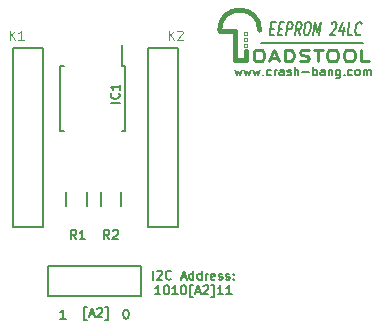
<source format=gto>
G04 #@! TF.FileFunction,Legend,Top*
%FSLAX46Y46*%
G04 Gerber Fmt 4.6, Leading zero omitted, Abs format (unit mm)*
G04 Created by KiCad (PCBNEW (2015-04-22 BZR 5620)-product) date 26/04/2015 16:53:39*
%MOMM*%
G01*
G04 APERTURE LIST*
%ADD10C,0.100000*%
%ADD11C,0.190500*%
%ADD12C,0.200000*%
%ADD13C,0.127000*%
%ADD14C,0.400000*%
%ADD15C,0.150000*%
%ADD16C,0.250000*%
%ADD17C,0.125000*%
G04 APERTURE END LIST*
D10*
D11*
X213124144Y-122017064D02*
X213124144Y-121255064D01*
X213450715Y-121327636D02*
X213487001Y-121291350D01*
X213559572Y-121255064D01*
X213741001Y-121255064D01*
X213813572Y-121291350D01*
X213849858Y-121327636D01*
X213886143Y-121400207D01*
X213886143Y-121472779D01*
X213849858Y-121581636D01*
X213414429Y-122017064D01*
X213886143Y-122017064D01*
X214648143Y-121944493D02*
X214611857Y-121980779D01*
X214503000Y-122017064D01*
X214430429Y-122017064D01*
X214321572Y-121980779D01*
X214249000Y-121908207D01*
X214212715Y-121835636D01*
X214176429Y-121690493D01*
X214176429Y-121581636D01*
X214212715Y-121436493D01*
X214249000Y-121363921D01*
X214321572Y-121291350D01*
X214430429Y-121255064D01*
X214503000Y-121255064D01*
X214611857Y-121291350D01*
X214648143Y-121327636D01*
X215519000Y-121799350D02*
X215881857Y-121799350D01*
X215446428Y-122017064D02*
X215700428Y-121255064D01*
X215954428Y-122017064D01*
X216535000Y-122017064D02*
X216535000Y-121255064D01*
X216535000Y-121980779D02*
X216462429Y-122017064D01*
X216317286Y-122017064D01*
X216244714Y-121980779D01*
X216208429Y-121944493D01*
X216172143Y-121871921D01*
X216172143Y-121654207D01*
X216208429Y-121581636D01*
X216244714Y-121545350D01*
X216317286Y-121509064D01*
X216462429Y-121509064D01*
X216535000Y-121545350D01*
X217224429Y-122017064D02*
X217224429Y-121255064D01*
X217224429Y-121980779D02*
X217151858Y-122017064D01*
X217006715Y-122017064D01*
X216934143Y-121980779D01*
X216897858Y-121944493D01*
X216861572Y-121871921D01*
X216861572Y-121654207D01*
X216897858Y-121581636D01*
X216934143Y-121545350D01*
X217006715Y-121509064D01*
X217151858Y-121509064D01*
X217224429Y-121545350D01*
X217587287Y-122017064D02*
X217587287Y-121509064D01*
X217587287Y-121654207D02*
X217623572Y-121581636D01*
X217659858Y-121545350D01*
X217732429Y-121509064D01*
X217805001Y-121509064D01*
X218349286Y-121980779D02*
X218276715Y-122017064D01*
X218131572Y-122017064D01*
X218059001Y-121980779D01*
X218022715Y-121908207D01*
X218022715Y-121617921D01*
X218059001Y-121545350D01*
X218131572Y-121509064D01*
X218276715Y-121509064D01*
X218349286Y-121545350D01*
X218385572Y-121617921D01*
X218385572Y-121690493D01*
X218022715Y-121763064D01*
X218675858Y-121980779D02*
X218748429Y-122017064D01*
X218893572Y-122017064D01*
X218966144Y-121980779D01*
X219002429Y-121908207D01*
X219002429Y-121871921D01*
X218966144Y-121799350D01*
X218893572Y-121763064D01*
X218784715Y-121763064D01*
X218712144Y-121726779D01*
X218675858Y-121654207D01*
X218675858Y-121617921D01*
X218712144Y-121545350D01*
X218784715Y-121509064D01*
X218893572Y-121509064D01*
X218966144Y-121545350D01*
X219292715Y-121980779D02*
X219365286Y-122017064D01*
X219510429Y-122017064D01*
X219583001Y-121980779D01*
X219619286Y-121908207D01*
X219619286Y-121871921D01*
X219583001Y-121799350D01*
X219510429Y-121763064D01*
X219401572Y-121763064D01*
X219329001Y-121726779D01*
X219292715Y-121654207D01*
X219292715Y-121617921D01*
X219329001Y-121545350D01*
X219401572Y-121509064D01*
X219510429Y-121509064D01*
X219583001Y-121545350D01*
X219945858Y-121944493D02*
X219982143Y-121980779D01*
X219945858Y-122017064D01*
X219909572Y-121980779D01*
X219945858Y-121944493D01*
X219945858Y-122017064D01*
X219945858Y-121545350D02*
X219982143Y-121581636D01*
X219945858Y-121617921D01*
X219909572Y-121581636D01*
X219945858Y-121545350D01*
X219945858Y-121617921D01*
X213741001Y-123274364D02*
X213305573Y-123274364D01*
X213523287Y-123274364D02*
X213523287Y-122512364D01*
X213450716Y-122621221D01*
X213378144Y-122693793D01*
X213305573Y-122730079D01*
X214212715Y-122512364D02*
X214285287Y-122512364D01*
X214357858Y-122548650D01*
X214394144Y-122584936D01*
X214430430Y-122657507D01*
X214466715Y-122802650D01*
X214466715Y-122984079D01*
X214430430Y-123129221D01*
X214394144Y-123201793D01*
X214357858Y-123238079D01*
X214285287Y-123274364D01*
X214212715Y-123274364D01*
X214140144Y-123238079D01*
X214103858Y-123201793D01*
X214067573Y-123129221D01*
X214031287Y-122984079D01*
X214031287Y-122802650D01*
X214067573Y-122657507D01*
X214103858Y-122584936D01*
X214140144Y-122548650D01*
X214212715Y-122512364D01*
X215192429Y-123274364D02*
X214757001Y-123274364D01*
X214974715Y-123274364D02*
X214974715Y-122512364D01*
X214902144Y-122621221D01*
X214829572Y-122693793D01*
X214757001Y-122730079D01*
X215664143Y-122512364D02*
X215736715Y-122512364D01*
X215809286Y-122548650D01*
X215845572Y-122584936D01*
X215881858Y-122657507D01*
X215918143Y-122802650D01*
X215918143Y-122984079D01*
X215881858Y-123129221D01*
X215845572Y-123201793D01*
X215809286Y-123238079D01*
X215736715Y-123274364D01*
X215664143Y-123274364D01*
X215591572Y-123238079D01*
X215555286Y-123201793D01*
X215519001Y-123129221D01*
X215482715Y-122984079D01*
X215482715Y-122802650D01*
X215519001Y-122657507D01*
X215555286Y-122584936D01*
X215591572Y-122548650D01*
X215664143Y-122512364D01*
X216462429Y-123528364D02*
X216281000Y-123528364D01*
X216281000Y-122439793D01*
X216462429Y-122439793D01*
X216716429Y-123056650D02*
X217079286Y-123056650D01*
X216643857Y-123274364D02*
X216897857Y-122512364D01*
X217151857Y-123274364D01*
X217369572Y-122584936D02*
X217405858Y-122548650D01*
X217478429Y-122512364D01*
X217659858Y-122512364D01*
X217732429Y-122548650D01*
X217768715Y-122584936D01*
X217805000Y-122657507D01*
X217805000Y-122730079D01*
X217768715Y-122838936D01*
X217333286Y-123274364D01*
X217805000Y-123274364D01*
X218059000Y-123528364D02*
X218240429Y-123528364D01*
X218240429Y-122439793D01*
X218059000Y-122439793D01*
X219038714Y-123274364D02*
X218603286Y-123274364D01*
X218821000Y-123274364D02*
X218821000Y-122512364D01*
X218748429Y-122621221D01*
X218675857Y-122693793D01*
X218603286Y-122730079D01*
X219764428Y-123274364D02*
X219329000Y-123274364D01*
X219546714Y-123274364D02*
X219546714Y-122512364D01*
X219474143Y-122621221D01*
X219401571Y-122693793D01*
X219329000Y-122730079D01*
X210783714Y-124550714D02*
X210856286Y-124550714D01*
X210928857Y-124587000D01*
X210965143Y-124623286D01*
X211001429Y-124695857D01*
X211037714Y-124841000D01*
X211037714Y-125022429D01*
X211001429Y-125167571D01*
X210965143Y-125240143D01*
X210928857Y-125276429D01*
X210856286Y-125312714D01*
X210783714Y-125312714D01*
X210711143Y-125276429D01*
X210674857Y-125240143D01*
X210638572Y-125167571D01*
X210602286Y-125022429D01*
X210602286Y-124841000D01*
X210638572Y-124695857D01*
X210674857Y-124623286D01*
X210711143Y-124587000D01*
X210783714Y-124550714D01*
X205703714Y-125312714D02*
X205268286Y-125312714D01*
X205486000Y-125312714D02*
X205486000Y-124550714D01*
X205413429Y-124659571D01*
X205340857Y-124732143D01*
X205268286Y-124768429D01*
X207481715Y-125439714D02*
X207300286Y-125439714D01*
X207300286Y-124351143D01*
X207481715Y-124351143D01*
X207735715Y-124968000D02*
X208098572Y-124968000D01*
X207663143Y-125185714D02*
X207917143Y-124423714D01*
X208171143Y-125185714D01*
X208388858Y-124496286D02*
X208425144Y-124460000D01*
X208497715Y-124423714D01*
X208679144Y-124423714D01*
X208751715Y-124460000D01*
X208788001Y-124496286D01*
X208824286Y-124568857D01*
X208824286Y-124641429D01*
X208788001Y-124750286D01*
X208352572Y-125185714D01*
X208824286Y-125185714D01*
X209078286Y-125439714D02*
X209259715Y-125439714D01*
X209259715Y-124351143D01*
X209078286Y-124351143D01*
D12*
X222250000Y-101981000D02*
X230886000Y-101981000D01*
D13*
X220068143Y-104237786D02*
X220207000Y-104723786D01*
X220345857Y-104376643D01*
X220484714Y-104723786D01*
X220623571Y-104237786D01*
X220831857Y-104237786D02*
X220970714Y-104723786D01*
X221109571Y-104376643D01*
X221248428Y-104723786D01*
X221387285Y-104237786D01*
X221595571Y-104237786D02*
X221734428Y-104723786D01*
X221873285Y-104376643D01*
X222012142Y-104723786D01*
X222150999Y-104237786D01*
X222428713Y-104654357D02*
X222463428Y-104689071D01*
X222428713Y-104723786D01*
X222393999Y-104689071D01*
X222428713Y-104654357D01*
X222428713Y-104723786D01*
X223088285Y-104689071D02*
X223018856Y-104723786D01*
X222879999Y-104723786D01*
X222810571Y-104689071D01*
X222775856Y-104654357D01*
X222741142Y-104584929D01*
X222741142Y-104376643D01*
X222775856Y-104307214D01*
X222810571Y-104272500D01*
X222879999Y-104237786D01*
X223018856Y-104237786D01*
X223088285Y-104272500D01*
X223400713Y-104723786D02*
X223400713Y-104237786D01*
X223400713Y-104376643D02*
X223435428Y-104307214D01*
X223470142Y-104272500D01*
X223539571Y-104237786D01*
X223608999Y-104237786D01*
X224164428Y-104723786D02*
X224164428Y-104341929D01*
X224129714Y-104272500D01*
X224060285Y-104237786D01*
X223921428Y-104237786D01*
X223851999Y-104272500D01*
X224164428Y-104689071D02*
X224094999Y-104723786D01*
X223921428Y-104723786D01*
X223851999Y-104689071D01*
X223817285Y-104619643D01*
X223817285Y-104550214D01*
X223851999Y-104480786D01*
X223921428Y-104446071D01*
X224094999Y-104446071D01*
X224164428Y-104411357D01*
X224476856Y-104689071D02*
X224546285Y-104723786D01*
X224685142Y-104723786D01*
X224754570Y-104689071D01*
X224789285Y-104619643D01*
X224789285Y-104584929D01*
X224754570Y-104515500D01*
X224685142Y-104480786D01*
X224580999Y-104480786D01*
X224511570Y-104446071D01*
X224476856Y-104376643D01*
X224476856Y-104341929D01*
X224511570Y-104272500D01*
X224580999Y-104237786D01*
X224685142Y-104237786D01*
X224754570Y-104272500D01*
X225101713Y-104723786D02*
X225101713Y-103994786D01*
X225414142Y-104723786D02*
X225414142Y-104341929D01*
X225379428Y-104272500D01*
X225309999Y-104237786D01*
X225205856Y-104237786D01*
X225136428Y-104272500D01*
X225101713Y-104307214D01*
X225761284Y-104446071D02*
X226316713Y-104446071D01*
X226663855Y-104723786D02*
X226663855Y-103994786D01*
X226663855Y-104272500D02*
X226733284Y-104237786D01*
X226872141Y-104237786D01*
X226941570Y-104272500D01*
X226976284Y-104307214D01*
X227010998Y-104376643D01*
X227010998Y-104584929D01*
X226976284Y-104654357D01*
X226941570Y-104689071D01*
X226872141Y-104723786D01*
X226733284Y-104723786D01*
X226663855Y-104689071D01*
X227635855Y-104723786D02*
X227635855Y-104341929D01*
X227601141Y-104272500D01*
X227531712Y-104237786D01*
X227392855Y-104237786D01*
X227323426Y-104272500D01*
X227635855Y-104689071D02*
X227566426Y-104723786D01*
X227392855Y-104723786D01*
X227323426Y-104689071D01*
X227288712Y-104619643D01*
X227288712Y-104550214D01*
X227323426Y-104480786D01*
X227392855Y-104446071D01*
X227566426Y-104446071D01*
X227635855Y-104411357D01*
X227982997Y-104237786D02*
X227982997Y-104723786D01*
X227982997Y-104307214D02*
X228017712Y-104272500D01*
X228087140Y-104237786D01*
X228191283Y-104237786D01*
X228260712Y-104272500D01*
X228295426Y-104341929D01*
X228295426Y-104723786D01*
X228954997Y-104237786D02*
X228954997Y-104827929D01*
X228920283Y-104897357D01*
X228885568Y-104932071D01*
X228816140Y-104966786D01*
X228711997Y-104966786D01*
X228642568Y-104932071D01*
X228954997Y-104689071D02*
X228885568Y-104723786D01*
X228746711Y-104723786D01*
X228677283Y-104689071D01*
X228642568Y-104654357D01*
X228607854Y-104584929D01*
X228607854Y-104376643D01*
X228642568Y-104307214D01*
X228677283Y-104272500D01*
X228746711Y-104237786D01*
X228885568Y-104237786D01*
X228954997Y-104272500D01*
X229302139Y-104654357D02*
X229336854Y-104689071D01*
X229302139Y-104723786D01*
X229267425Y-104689071D01*
X229302139Y-104654357D01*
X229302139Y-104723786D01*
X229961711Y-104689071D02*
X229892282Y-104723786D01*
X229753425Y-104723786D01*
X229683997Y-104689071D01*
X229649282Y-104654357D01*
X229614568Y-104584929D01*
X229614568Y-104376643D01*
X229649282Y-104307214D01*
X229683997Y-104272500D01*
X229753425Y-104237786D01*
X229892282Y-104237786D01*
X229961711Y-104272500D01*
X230378282Y-104723786D02*
X230308854Y-104689071D01*
X230274139Y-104654357D01*
X230239425Y-104584929D01*
X230239425Y-104376643D01*
X230274139Y-104307214D01*
X230308854Y-104272500D01*
X230378282Y-104237786D01*
X230482425Y-104237786D01*
X230551854Y-104272500D01*
X230586568Y-104307214D01*
X230621282Y-104376643D01*
X230621282Y-104584929D01*
X230586568Y-104654357D01*
X230551854Y-104689071D01*
X230482425Y-104723786D01*
X230378282Y-104723786D01*
X230933710Y-104723786D02*
X230933710Y-104237786D01*
X230933710Y-104307214D02*
X230968425Y-104272500D01*
X231037853Y-104237786D01*
X231141996Y-104237786D01*
X231211425Y-104272500D01*
X231246139Y-104341929D01*
X231246139Y-104723786D01*
X231246139Y-104341929D02*
X231280853Y-104272500D01*
X231350282Y-104237786D01*
X231454425Y-104237786D01*
X231523853Y-104272500D01*
X231558568Y-104341929D01*
X231558568Y-104723786D01*
D11*
X223067893Y-100759429D02*
X223321893Y-100759429D01*
X223358727Y-101335619D02*
X222995870Y-101335619D01*
X223133370Y-100235619D01*
X223496227Y-100235619D01*
X223757322Y-100759429D02*
X224011322Y-100759429D01*
X224048156Y-101335619D02*
X223685299Y-101335619D01*
X223822799Y-100235619D01*
X224185656Y-100235619D01*
X224374728Y-101335619D02*
X224512228Y-100235619D01*
X224802513Y-100235619D01*
X224868537Y-100288000D01*
X224898274Y-100340381D01*
X224921465Y-100445143D01*
X224901822Y-100602286D01*
X224852441Y-100707048D01*
X224809608Y-100759429D01*
X224730489Y-100811810D01*
X224440204Y-100811810D01*
X225572156Y-101335619D02*
X225383632Y-100811810D01*
X225136728Y-101335619D02*
X225274228Y-100235619D01*
X225564513Y-100235619D01*
X225630537Y-100288000D01*
X225660274Y-100340381D01*
X225683465Y-100445143D01*
X225663822Y-100602286D01*
X225614441Y-100707048D01*
X225571608Y-100759429D01*
X225492489Y-100811810D01*
X225202204Y-100811810D01*
X226181370Y-100235619D02*
X226326513Y-100235619D01*
X226392537Y-100288000D01*
X226452013Y-100392762D01*
X226462108Y-100602286D01*
X226416275Y-100968952D01*
X226353799Y-101178476D01*
X226268132Y-101283238D01*
X226189013Y-101335619D01*
X226043870Y-101335619D01*
X225977846Y-101283238D01*
X225918371Y-101178476D01*
X225908275Y-100968952D01*
X225954108Y-100602286D01*
X226016585Y-100392762D01*
X226102251Y-100288000D01*
X226181370Y-100235619D01*
X226697014Y-101335619D02*
X226834514Y-100235619D01*
X226990299Y-101021333D01*
X227342514Y-100235619D01*
X227205014Y-101335619D01*
X228236560Y-100340381D02*
X228279394Y-100288000D01*
X228358513Y-100235619D01*
X228539942Y-100235619D01*
X228605965Y-100288000D01*
X228635703Y-100340381D01*
X228658893Y-100445143D01*
X228645798Y-100549905D01*
X228589870Y-100707048D01*
X228075870Y-101335619D01*
X228547584Y-101335619D01*
X229292393Y-100602286D02*
X229200727Y-101335619D01*
X229163345Y-100183238D02*
X228883703Y-100968952D01*
X229355417Y-100968952D01*
X229962727Y-101335619D02*
X229599870Y-101335619D01*
X229737370Y-100235619D01*
X230665250Y-101230857D02*
X230622416Y-101283238D01*
X230507012Y-101335619D01*
X230434441Y-101335619D01*
X230332131Y-101283238D01*
X230272655Y-101178476D01*
X230249465Y-101073714D01*
X230239369Y-100864190D01*
X230259012Y-100707048D01*
X230321489Y-100497524D01*
X230370869Y-100392762D01*
X230456536Y-100288000D01*
X230571941Y-100235619D01*
X230644512Y-100235619D01*
X230746821Y-100288000D01*
X230776559Y-100340381D01*
D10*
X220844000Y-101292000D02*
X220844000Y-101092000D01*
X220844000Y-101092000D02*
X221044000Y-101092000D01*
X221044000Y-101092000D02*
X221044000Y-101292000D01*
X221044000Y-101292000D02*
X220844000Y-101292000D01*
X220844000Y-101792000D02*
X220844000Y-101592000D01*
X220844000Y-101592000D02*
X221044000Y-101592000D01*
X221044000Y-101592000D02*
X221044000Y-101792000D01*
X221044000Y-101792000D02*
X220844000Y-101792000D01*
X220844000Y-102292000D02*
X220844000Y-102092000D01*
X220844000Y-102092000D02*
X221044000Y-102092000D01*
X221044000Y-102092000D02*
X221044000Y-102292000D01*
X221044000Y-102292000D02*
X220844000Y-102292000D01*
D14*
X220044000Y-103392000D02*
X220944000Y-103392000D01*
X220944000Y-103392000D02*
X220944000Y-102692000D01*
X220044000Y-100992000D02*
X220044000Y-103392000D01*
X218744000Y-100992000D02*
X220044000Y-100992000D01*
X222144000Y-100892000D02*
G75*
G03X218744000Y-100892000I-1700000J0D01*
G01*
D15*
X201295000Y-102412000D02*
X201295000Y-117602000D01*
X201295000Y-117602000D02*
X203835000Y-117602000D01*
X203835000Y-117602000D02*
X203835000Y-102412000D01*
X201295000Y-102402000D02*
X203835000Y-102402000D01*
X212725000Y-102412000D02*
X212725000Y-117602000D01*
X212725000Y-117602000D02*
X215265000Y-117602000D01*
X215265000Y-117602000D02*
X215265000Y-102412000D01*
X212725000Y-102402000D02*
X215265000Y-102402000D01*
X212090000Y-120904000D02*
X204216000Y-120904000D01*
X204216000Y-120904000D02*
X204216000Y-123444000D01*
X204216000Y-123444000D02*
X212090000Y-123444000D01*
X212090000Y-123444000D02*
X212090000Y-120904000D01*
X207504000Y-114589000D02*
X207504000Y-115789000D01*
X205754000Y-115789000D02*
X205754000Y-114589000D01*
X210425000Y-114589000D02*
X210425000Y-115789000D01*
X208675000Y-115789000D02*
X208675000Y-114589000D01*
X210781000Y-103930000D02*
X210481000Y-103930000D01*
X210781000Y-109430000D02*
X210481000Y-109430000D01*
X205271000Y-109430000D02*
X205571000Y-109430000D01*
X205271000Y-103930000D02*
X205571000Y-103930000D01*
X210781000Y-103930000D02*
X210781000Y-109430000D01*
X205271000Y-103930000D02*
X205271000Y-109430000D01*
X210481000Y-103930000D02*
X210481000Y-102180000D01*
D16*
X221944000Y-102544381D02*
X222201143Y-102544381D01*
X222329715Y-102592000D01*
X222458286Y-102687238D01*
X222522572Y-102877714D01*
X222522572Y-103211048D01*
X222458286Y-103401524D01*
X222329715Y-103496762D01*
X222201143Y-103544381D01*
X221944000Y-103544381D01*
X221815429Y-103496762D01*
X221686858Y-103401524D01*
X221622572Y-103211048D01*
X221622572Y-102877714D01*
X221686858Y-102687238D01*
X221815429Y-102592000D01*
X221944000Y-102544381D01*
X223036858Y-103258667D02*
X223679715Y-103258667D01*
X222908286Y-103544381D02*
X223358286Y-102544381D01*
X223808286Y-103544381D01*
X224258287Y-103544381D02*
X224258287Y-102544381D01*
X224579715Y-102544381D01*
X224772572Y-102592000D01*
X224901144Y-102687238D01*
X224965429Y-102782476D01*
X225029715Y-102972952D01*
X225029715Y-103115810D01*
X224965429Y-103306286D01*
X224901144Y-103401524D01*
X224772572Y-103496762D01*
X224579715Y-103544381D01*
X224258287Y-103544381D01*
X225544001Y-103496762D02*
X225736858Y-103544381D01*
X226058287Y-103544381D01*
X226186858Y-103496762D01*
X226251144Y-103449143D01*
X226315429Y-103353905D01*
X226315429Y-103258667D01*
X226251144Y-103163429D01*
X226186858Y-103115810D01*
X226058287Y-103068190D01*
X225801144Y-103020571D01*
X225672572Y-102972952D01*
X225608287Y-102925333D01*
X225544001Y-102830095D01*
X225544001Y-102734857D01*
X225608287Y-102639619D01*
X225672572Y-102592000D01*
X225801144Y-102544381D01*
X226122572Y-102544381D01*
X226315429Y-102592000D01*
X226701143Y-102544381D02*
X227472572Y-102544381D01*
X227086858Y-103544381D02*
X227086858Y-102544381D01*
X228179714Y-102544381D02*
X228436857Y-102544381D01*
X228565429Y-102592000D01*
X228694000Y-102687238D01*
X228758286Y-102877714D01*
X228758286Y-103211048D01*
X228694000Y-103401524D01*
X228565429Y-103496762D01*
X228436857Y-103544381D01*
X228179714Y-103544381D01*
X228051143Y-103496762D01*
X227922572Y-103401524D01*
X227858286Y-103211048D01*
X227858286Y-102877714D01*
X227922572Y-102687238D01*
X228051143Y-102592000D01*
X228179714Y-102544381D01*
X229594000Y-102544381D02*
X229851143Y-102544381D01*
X229979715Y-102592000D01*
X230108286Y-102687238D01*
X230172572Y-102877714D01*
X230172572Y-103211048D01*
X230108286Y-103401524D01*
X229979715Y-103496762D01*
X229851143Y-103544381D01*
X229594000Y-103544381D01*
X229465429Y-103496762D01*
X229336858Y-103401524D01*
X229272572Y-103211048D01*
X229272572Y-102877714D01*
X229336858Y-102687238D01*
X229465429Y-102592000D01*
X229594000Y-102544381D01*
X231394001Y-103544381D02*
X230751144Y-103544381D01*
X230751144Y-102544381D01*
D17*
X200986572Y-101690714D02*
X200986572Y-100928714D01*
X201422000Y-101690714D02*
X201095429Y-101255286D01*
X201422000Y-100928714D02*
X200986572Y-101364143D01*
X202147714Y-101690714D02*
X201712286Y-101690714D01*
X201930000Y-101690714D02*
X201930000Y-100928714D01*
X201857429Y-101037571D01*
X201784857Y-101110143D01*
X201712286Y-101146429D01*
X214448572Y-101690714D02*
X214448572Y-100928714D01*
X214884000Y-101690714D02*
X214557429Y-101255286D01*
X214884000Y-100928714D02*
X214448572Y-101364143D01*
X215174286Y-101001286D02*
X215210572Y-100965000D01*
X215283143Y-100928714D01*
X215464572Y-100928714D01*
X215537143Y-100965000D01*
X215573429Y-101001286D01*
X215609714Y-101073857D01*
X215609714Y-101146429D01*
X215573429Y-101255286D01*
X215138000Y-101690714D01*
X215609714Y-101690714D01*
D13*
X206629000Y-118581714D02*
X206375000Y-118218857D01*
X206193572Y-118581714D02*
X206193572Y-117819714D01*
X206483857Y-117819714D01*
X206556429Y-117856000D01*
X206592714Y-117892286D01*
X206629000Y-117964857D01*
X206629000Y-118073714D01*
X206592714Y-118146286D01*
X206556429Y-118182571D01*
X206483857Y-118218857D01*
X206193572Y-118218857D01*
X207354714Y-118581714D02*
X206919286Y-118581714D01*
X207137000Y-118581714D02*
X207137000Y-117819714D01*
X207064429Y-117928571D01*
X206991857Y-118001143D01*
X206919286Y-118037429D01*
X209423000Y-118581714D02*
X209169000Y-118218857D01*
X208987572Y-118581714D02*
X208987572Y-117819714D01*
X209277857Y-117819714D01*
X209350429Y-117856000D01*
X209386714Y-117892286D01*
X209423000Y-117964857D01*
X209423000Y-118073714D01*
X209386714Y-118146286D01*
X209350429Y-118182571D01*
X209277857Y-118218857D01*
X208987572Y-118218857D01*
X209713286Y-117892286D02*
X209749572Y-117856000D01*
X209822143Y-117819714D01*
X210003572Y-117819714D01*
X210076143Y-117856000D01*
X210112429Y-117892286D01*
X210148714Y-117964857D01*
X210148714Y-118037429D01*
X210112429Y-118146286D01*
X209677000Y-118581714D01*
X210148714Y-118581714D01*
X210275714Y-107042856D02*
X209513714Y-107042856D01*
X210203143Y-106244571D02*
X210239429Y-106280857D01*
X210275714Y-106389714D01*
X210275714Y-106462285D01*
X210239429Y-106571142D01*
X210166857Y-106643714D01*
X210094286Y-106679999D01*
X209949143Y-106716285D01*
X209840286Y-106716285D01*
X209695143Y-106679999D01*
X209622571Y-106643714D01*
X209550000Y-106571142D01*
X209513714Y-106462285D01*
X209513714Y-106389714D01*
X209550000Y-106280857D01*
X209586286Y-106244571D01*
X210275714Y-105518857D02*
X210275714Y-105954285D01*
X210275714Y-105736571D02*
X209513714Y-105736571D01*
X209622571Y-105809142D01*
X209695143Y-105881714D01*
X209731429Y-105954285D01*
M02*

</source>
